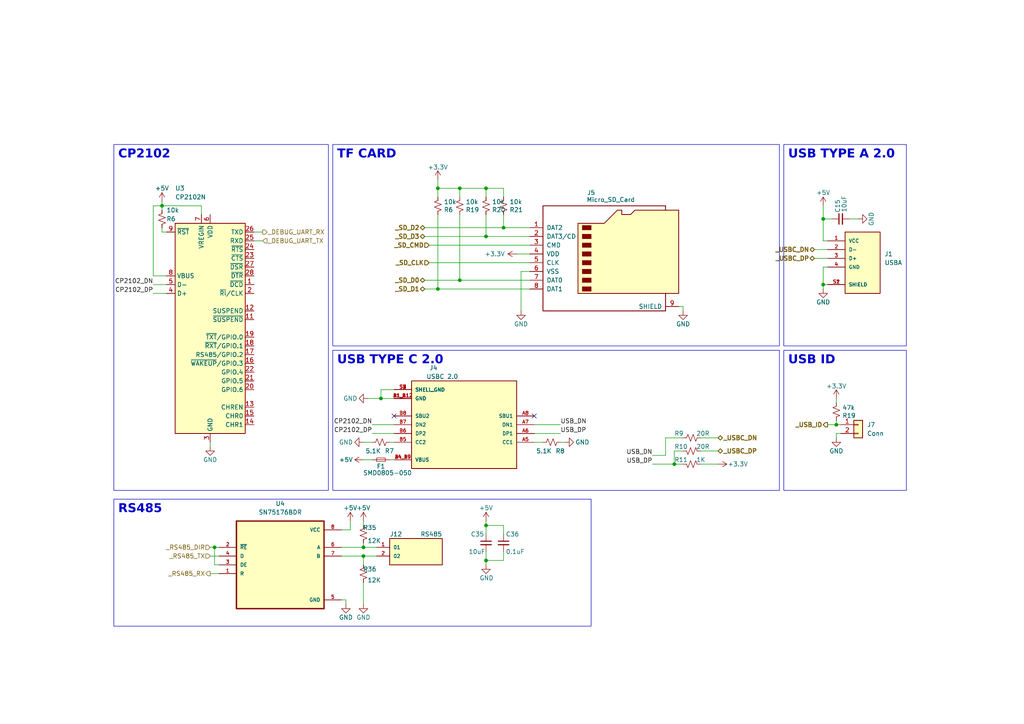
<source format=kicad_sch>
(kicad_sch (version 20230121) (generator eeschema)
  (paper "A4")
  (lib_symbols
    (symbol "3rd_Connector:USB-A" (pin_names (offset 1.016))
      (property "Reference" "J" (at -5.08 8.89 0))
      (property "Value" "USB-A" (at -5.08 -12.7 0))
      (symbol "USB-A_0_0"
        (rectangle (start -5.08 -10.16) (end 5.08 7.62) (stroke (width 0.254)) (fill (type background)))
        (pin power_in line (at -10.16 5.08 0) (length 5.08) (name "VCC") (number "1"))
        (pin bidirectional line (at -10.16 2.54 0) (length 5.08) (name "D-") (number "2"))
        (pin bidirectional line (at -10.16 0 0) (length 5.08) (name "D+") (number "3"))
        (pin power_in line (at -10.16 -2.54 0) (length 5.08) (name "GND") (number "4"))
        (pin passive line (at -10.16 -7.62 0) (length 5.08) (name "SHIELD") (number "S1"))
        (pin passive line (at -10.16 -7.62 0) (length 5.08) (name "SHIELD") (number "S2"))
      )
    )
    (symbol "3rd_Connector:USB_C_RECEPTACLE_USB2.0" (pin_names (offset 1.016))
      (property "Reference" "J" (at -15.24 13.97 0))
      (property "Value" "USB_C_RECEPTACLE_USB2.0" (at -15.24 -15.24 0))
      (symbol "USB_C_RECEPTACLE_USB2.0_0_0"
        (rectangle (start -15.24 -12.7) (end 15.24 12.7) (stroke (width 0.254)) (fill (type background)))
        (pin power_in line (at 20.32 -7.62 180) (length 5.08) (name "GND") (number "A1_B12"))
        (pin power_in line (at 20.32 10.16 180) (length 5.08) (name "VBUS") (number "A4_B9"))
        (pin bidirectional line (at -20.32 5.08 0) (length 5.08) (name "CC1") (number "A5"))
        (pin bidirectional line (at -20.32 2.54 0) (length 5.08) (name "DP1") (number "A6"))
        (pin bidirectional line (at -20.32 0 0) (length 5.08) (name "DN1") (number "A7"))
        (pin bidirectional line (at -20.32 -2.54 0) (length 5.08) (name "SBU1") (number "A8"))
        (pin power_in line (at 20.32 -7.62 180) (length 5.08) (name "GND") (number "B1_A12"))
        (pin power_in line (at 20.32 10.16 180) (length 5.08) (name "VBUS") (number "B4_A9"))
        (pin bidirectional line (at 20.32 5.08 180) (length 5.08) (name "CC2") (number "B5"))
        (pin bidirectional line (at 20.32 2.54 180) (length 5.08) (name "DP2") (number "B6"))
        (pin bidirectional line (at 20.32 0 180) (length 5.08) (name "DN2") (number "B7"))
        (pin bidirectional line (at 20.32 -2.54 180) (length 5.08) (name "SBU2") (number "B8"))
        (pin power_in line (at 20.32 -10.16 180) (length 5.08) (name "SHELL_GND") (number "S1"))
        (pin power_in line (at 20.32 -10.16 180) (length 5.08) (name "SHELL_GND") (number "S2"))
        (pin power_in line (at 20.32 -10.16 180) (length 5.08) (name "SHELL_GND") (number "S3"))
        (pin power_in line (at 20.32 -10.16 180) (length 5.08) (name "SHELL_GND") (number "S4"))
      )
    )
    (symbol "3rd_Connector_Generic:CONN_1x2P" (pin_names (offset 1.016))
      (property "Reference" "J" (at -8.12 6.196 0))
      (property "Value" "CONN_1x2P" (at -5.08 -5.08 0))
      (symbol "CONN_1x2P_0_0"
        (rectangle (start -7.62 5.08) (end 7.62 -2.54) (stroke (width 0.254)) (fill (type background)))
        (pin passive line (at -11.43 2.54 0) (length 3.81) (name "01") (number "1"))
        (pin passive line (at -11.43 0 0) (length 3.81) (name "02") (number "2"))
      )
    )
    (symbol "3rd_Interface_UART:SN75176BDR" (pin_names (offset 1.016))
      (property "Reference" "U" (at -12.7 13.7 0))
      (property "Value" "SN75176BDR" (at -12.7 -16.7 0))
      (symbol "SN75176BDR_0_0"
        (rectangle (start -12.7 -12.7) (end 12.7 12.7) (stroke (width 0.41)) (fill (type background)))
        (pin input line (at -17.78 -2.54 0) (length 5.08) (name "R") (number "1"))
        (pin input line (at -17.78 5.08 0) (length 5.08) (name "~{RE}") (number "2"))
        (pin input line (at -17.78 0 0) (length 5.08) (name "DE") (number "3"))
        (pin input line (at -17.78 2.54 0) (length 5.08) (name "D") (number "4"))
        (pin power_in line (at 17.78 -10.16 180) (length 5.08) (name "GND") (number "5"))
        (pin output line (at 17.78 5.08 180) (length 5.08) (name "A") (number "6"))
        (pin output line (at 17.78 2.54 180) (length 5.08) (name "B") (number "7"))
        (pin power_in line (at 17.78 10.16 180) (length 5.08) (name "VCC") (number "8"))
      )
    )
    (symbol "Connector:Micro_SD_Card" (pin_names (offset 1.016))
      (property "Reference" "J" (at -16.51 15.24 0))
      (property "Value" "Micro_SD_Card" (at 16.51 15.24 0))
      (symbol "Micro_SD_Card_0_1"
        (rectangle (start -7.62 -9.525) (end -5.08 -10.795) (fill (type outline)))
        (rectangle (start -7.62 -6.985) (end -5.08 -8.255) (fill (type outline)))
        (rectangle (start -7.62 -4.445) (end -5.08 -5.715) (fill (type outline)))
        (rectangle (start -7.62 -1.905) (end -5.08 -3.175) (fill (type outline)))
        (rectangle (start -7.62 0.635) (end -5.08 -0.635) (fill (type outline)))
        (rectangle (start -7.62 3.175) (end -5.08 1.905) (fill (type outline)))
        (rectangle (start -7.62 5.715) (end -5.08 4.445) (fill (type outline)))
        (rectangle (start -7.62 8.255) (end -5.08 6.985) (fill (type outline)))
        (polyline (pts (xy 16.51 12.7) (xy 16.51 13.97) (xy -19.05 13.97) (xy -19.05 -16.51) (xy 16.51 -16.51) (xy 16.51 -11.43)) (stroke (width 0.254)))
        (polyline (pts (xy -8.89 -11.43) (xy -8.89 8.89) (xy -1.27 8.89) (xy 2.54 12.7) (xy 3.81 12.7) (xy 3.81 11.43) (xy 6.35 11.43) (xy 7.62 12.7) (xy 20.32 12.7) (xy 20.32 -11.43) (xy -8.89 -11.43)) (stroke (width 0.254)) (fill (type background)))
      )
      (symbol "Micro_SD_Card_1_1"
        (pin bidirectional line (at -22.86 7.62 0) (length 3.81) (name "DAT2") (number "1"))
        (pin bidirectional line (at -22.86 5.08 0) (length 3.81) (name "DAT3/CD") (number "2"))
        (pin input line (at -22.86 2.54 0) (length 3.81) (name "CMD") (number "3"))
        (pin power_in line (at -22.86 0 0) (length 3.81) (name "VDD") (number "4"))
        (pin input line (at -22.86 -2.54 0) (length 3.81) (name "CLK") (number "5"))
        (pin power_in line (at -22.86 -5.08 0) (length 3.81) (name "VSS") (number "6"))
        (pin bidirectional line (at -22.86 -7.62 0) (length 3.81) (name "DAT0") (number "7"))
        (pin bidirectional line (at -22.86 -10.16 0) (length 3.81) (name "DAT1") (number "8"))
        (pin passive line (at 20.32 -15.24 180) (length 3.81) (name "SHIELD") (number "9"))
      )
    )
    (symbol "Connector_Generic:Conn_01x02" (pin_names (offset 1.016) hide)
      (property "Reference" "J" (at 0 2.54 0))
      (property "Value" "Conn_01x02" (at 0 -5.08 0))
      (symbol "Conn_01x02_1_1"
        (rectangle (start -1.27 -2.413) (end 0 -2.667) (stroke (width 0.1524)))
        (rectangle (start -1.27 0.127) (end 0 -0.127) (stroke (width 0.1524)))
        (rectangle (start -1.27 1.27) (end 1.27 -3.81) (stroke (width 0.254)) (fill (type background)))
        (pin passive line (at -5.08 0 0) (length 3.81) (name "Pin_1") (number "1"))
        (pin passive line (at -5.08 -2.54 0) (length 3.81) (name "Pin_2") (number "2"))
      )
    )
    (symbol "Device:C_Small" (pin_numbers hide) (pin_names (offset 0.254) hide)
      (property "Reference" "C" (at 0.254 1.778 0))
      (property "Value" "C_Small" (at 0.254 -2.032 0))
      (symbol "C_Small_0_1"
        (polyline (pts (xy -1.524 -0.508) (xy 1.524 -0.508)) (stroke (width 0.3302)))
        (polyline (pts (xy -1.524 0.508) (xy 1.524 0.508)) (stroke (width 0.3048)))
      )
      (symbol "C_Small_1_1"
        (pin passive line (at 0 2.54 270) (length 2.032) (name "~") (number "1"))
        (pin passive line (at 0 -2.54 90) (length 2.032) (name "~") (number "2"))
      )
    )
    (symbol "Device:Fuse_Small" (pin_numbers hide) (pin_names (offset 0.254) hide)
      (property "Reference" "F" (at 0 -1.524 0))
      (property "Value" "Fuse_Small" (at 0 1.524 0))
      (symbol "Fuse_Small_0_1"
        (rectangle (start -1.27 0.508) (end 1.27 -0.508))
        (polyline (pts (xy -1.27 0) (xy 1.27 0)))
      )
      (symbol "Fuse_Small_1_1"
        (pin passive line (at -2.54 0 0) (length 1.27) (name "~") (number "1"))
        (pin passive line (at 2.54 0 180) (length 1.27) (name "~") (number "2"))
      )
    )
    (symbol "Device:R_Small_US" (pin_numbers hide) (pin_names (offset 0.254) hide)
      (property "Reference" "R" (at 0.762 0.508 0))
      (property "Value" "R_Small_US" (at 0.762 -1.016 0))
      (symbol "R_Small_US_1_1"
        (polyline (pts (xy 0 0) (xy 1.016 -0.381) (xy 0 -0.762) (xy -1.016 -1.143) (xy 0 -1.524)))
        (polyline (pts (xy 0 1.524) (xy 1.016 1.143) (xy 0 0.762) (xy -1.016 0.381) (xy 0 0)))
        (pin passive line (at 0 2.54 270) (length 1.016) (name "~") (number "1"))
        (pin passive line (at 0 -2.54 90) (length 1.016) (name "~") (number "2"))
      )
    )
    (symbol "Interface_USB:CP2102N-Axx-xQFN28"
      (property "Reference" "U" (at -8.89 31.75 0))
      (property "Value" "CP2102N-Axx-xQFN28" (at 12.7 31.75 0))
      (symbol "CP2102N-Axx-xQFN28_0_1"
        (rectangle (start -10.16 30.48) (end 10.16 -30.48) (stroke (width 0.254)) (fill (type background)))
      )
      (symbol "CP2102N-Axx-xQFN28_1_1"
        (pin input line (at 12.7 12.7 180) (length 2.54) (name "~{DCD}") (number "1"))
        (pin no_connect line (at -10.16 -27.94 0) (length 2.54) hide (name "NC") (number "10"))
        (pin output line (at 12.7 2.54 180) (length 2.54) (name "~{SUSPEND}") (number "11"))
        (pin output line (at 12.7 5.08 180) (length 2.54) (name "SUSPEND") (number "12"))
        (pin output line (at 12.7 -22.86 180) (length 2.54) (name "CHREN") (number "13"))
        (pin output line (at 12.7 -27.94 180) (length 2.54) (name "CHR1") (number "14"))
        (pin output line (at 12.7 -25.4 180) (length 2.54) (name "CHR0") (number "15"))
        (pin bidirectional line (at 12.7 -10.16 180) (length 2.54) (name "~{WAKEUP}/GPIO.3") (number "16"))
        (pin bidirectional line (at 12.7 -7.62 180) (length 2.54) (name "RS485/GPIO.2") (number "17"))
        (pin bidirectional line (at 12.7 -5.08 180) (length 2.54) (name "~{RXT}/GPIO.1") (number "18"))
        (pin bidirectional line (at 12.7 -2.54 180) (length 2.54) (name "~{TXT}/GPIO.0") (number "19"))
        (pin bidirectional line (at 12.7 10.16 180) (length 2.54) (name "~{RI}/CLK") (number "2"))
        (pin bidirectional line (at 12.7 -17.78 180) (length 2.54) (name "GPIO.6") (number "20"))
        (pin bidirectional line (at 12.7 -15.24 180) (length 2.54) (name "GPIO.5") (number "21"))
        (pin bidirectional line (at 12.7 -12.7 180) (length 2.54) (name "GPIO.4") (number "22"))
        (pin input line (at 12.7 20.32 180) (length 2.54) (name "~{CTS}") (number "23"))
        (pin output line (at 12.7 22.86 180) (length 2.54) (name "~{RTS}") (number "24"))
        (pin input line (at 12.7 25.4 180) (length 2.54) (name "RXD") (number "25"))
        (pin output line (at 12.7 27.94 180) (length 2.54) (name "TXD") (number "26"))
        (pin input line (at 12.7 17.78 180) (length 2.54) (name "~{DSR}") (number "27"))
        (pin output line (at 12.7 15.24 180) (length 2.54) (name "~{DTR}") (number "28"))
        (pin passive line (at 0 -33.02 90) (length 2.54) hide (name "GND") (number "29"))
        (pin power_in line (at 0 -33.02 90) (length 2.54) (name "GND") (number "3"))
        (pin bidirectional line (at -12.7 10.16 0) (length 2.54) (name "D+") (number "4"))
        (pin bidirectional line (at -12.7 12.7 0) (length 2.54) (name "D-") (number "5"))
        (pin power_in line (at 0 33.02 270) (length 2.54) (name "VDD") (number "6"))
        (pin power_in line (at -2.54 33.02 270) (length 2.54) (name "VREGIN") (number "7"))
        (pin input line (at -12.7 15.24 0) (length 2.54) (name "VBUS") (number "8"))
        (pin input line (at -12.7 27.94 0) (length 2.54) (name "~{RST}") (number "9"))
      )
    )
    (symbol "power:+3.3V" (power) (pin_names (offset 0))
      (property "Value" "+3.3V" (at 0 3.556 0))
      (symbol "+3.3V_0_1"
        (polyline (pts (xy -0.762 1.27) (xy 0 2.54)))
        (polyline (pts (xy 0 0) (xy 0 2.54)))
        (polyline (pts (xy 0 2.54) (xy 0.762 1.27)))
      )
      (symbol "+3.3V_1_1"
        (pin power_in line (at 0 0 90) (length 0) hide (name "+3.3V") (number "1"))
      )
    )
    (symbol "power:+5V" (power) (pin_names (offset 0))
      (property "Value" "+5V" (at 0 3.556 0))
      (symbol "+5V_0_1"
        (polyline (pts (xy -0.762 1.27) (xy 0 2.54)))
        (polyline (pts (xy 0 0) (xy 0 2.54)))
        (polyline (pts (xy 0 2.54) (xy 0.762 1.27)))
      )
      (symbol "+5V_1_1"
        (pin power_in line (at 0 0 90) (length 0) hide (name "+5V") (number "1"))
      )
    )
    (symbol "power:GND" (power) (pin_names (offset 0))
      (property "Value" "GND" (at 0 -3.81 0))
      (symbol "GND_0_1"
        (polyline (pts (xy 0 0) (xy 0 -1.27) (xy 1.27 -1.27) (xy 0 -2.54) (xy -1.27 -1.27) (xy 0 -1.27)))
      )
      (symbol "GND_1_1"
        (pin power_in line (at 0 0 270) (length 0) hide (name "GND") (number "1"))
      )
    )
  )
  (junction (at 133.35 81.28))
  (junction (at 133.35 54.61))
  (junction (at 195.58 134.62))
  (junction (at 105.41 161.29))
  (junction (at 110.49 115.57))
  (junction (at 127 83.82))
  (junction (at 127 54.61))
  (junction (at 140.97 162.56))
  (junction (at 140.97 54.61))
  (junction (at 140.97 152.4))
  (junction (at 146.05 66.04))
  (junction (at 242.57 123.19))
  (junction (at 62.23 158.75))
  (junction (at 238.76 82.55))
  (junction (at 140.97 68.58))
  (junction (at 105.41 158.75))
  (junction (at 238.76 63.5))
  (junction (at 46.99 59.69))
  (no_connect (at 114.3 120.65))
  (no_connect (at 154.94 120.65))
  (wire (pts (xy 44.45 59.69) (xy 46.99 59.69)))
  (wire (pts (xy 73.66 67.31) (xy 76.2 67.31)))
  (wire (pts (xy 193.04 132.08) (xy 193.04 127)))
  (wire (pts (xy 58.42 59.69) (xy 46.99 59.69)))
  (wire (pts (xy 48.26 80.01) (xy 44.45 80.01)))
  (wire (pts (xy 242.57 125.73) (xy 243.84 125.73)))
  (wire (pts (xy 140.97 68.58) (xy 153.67 68.58)))
  (wire (pts (xy 133.35 81.28) (xy 153.67 81.28)))
  (wire (pts (xy 127 54.61) (xy 133.35 54.61)))
  (wire (pts (xy 236.22 74.93) (xy 240.03 74.93)))
  (wire (pts (xy 238.76 77.47) (xy 240.03 77.47)))
  (wire (pts (xy 105.41 133.35) (xy 107.95 133.35)))
  (wire (pts (xy 110.49 115.57) (xy 114.3 115.57)))
  (wire (pts (xy 242.57 115.57) (xy 242.57 116.84)))
  (wire (pts (xy 127 57.15) (xy 127 54.61)))
  (wire (pts (xy 242.57 123.19) (xy 243.84 123.19)))
  (wire (pts (xy 146.05 160.02) (xy 146.05 162.56)))
  (wire (pts (xy 127 52.07) (xy 127 54.61)))
  (wire (pts (xy 198.12 88.9) (xy 196.85 88.9)))
  (wire (pts (xy 140.97 154.94) (xy 140.97 152.4)))
  (wire (pts (xy 238.76 82.55) (xy 240.03 82.55)))
  (wire (pts (xy 73.66 69.85) (xy 76.2 69.85)))
  (wire (pts (xy 189.23 132.08) (xy 193.04 132.08)))
  (wire (pts (xy 203.2 130.81) (xy 208.28 130.81)))
  (wire (pts (xy 238.76 82.55) (xy 238.76 77.47)))
  (wire (pts (xy 99.06 158.75) (xy 105.41 158.75)))
  (wire (pts (xy 146.05 154.94) (xy 146.05 152.4)))
  (wire (pts (xy 193.04 127) (xy 198.12 127)))
  (wire (pts (xy 195.58 130.81) (xy 198.12 130.81)))
  (wire (pts (xy 110.49 113.03) (xy 114.3 113.03)))
  (wire (pts (xy 127 83.82) (xy 153.67 83.82)))
  (wire (pts (xy 123.19 68.58) (xy 140.97 68.58)))
  (wire (pts (xy 46.99 58.42) (xy 46.99 59.69)))
  (wire (pts (xy 105.41 151.13) (xy 105.41 152.4)))
  (wire (pts (xy 242.57 127) (xy 242.57 125.73)))
  (wire (pts (xy 101.6 151.13) (xy 101.6 153.67)))
  (wire (pts (xy 58.42 62.23) (xy 58.42 59.69)))
  (wire (pts (xy 127 62.23) (xy 127 83.82)))
  (wire (pts (xy 44.45 80.01) (xy 44.45 59.69)))
  (wire (pts (xy 238.76 59.69) (xy 238.76 63.5)))
  (wire (pts (xy 60.96 161.29) (xy 63.5 161.29)))
  (wire (pts (xy 146.05 62.23) (xy 146.05 66.04)))
  (wire (pts (xy 113.03 133.35) (xy 114.3 133.35)))
  (wire (pts (xy 133.35 54.61) (xy 140.97 54.61)))
  (wire (pts (xy 105.41 161.29) (xy 105.41 163.83)))
  (wire (pts (xy 46.99 59.69) (xy 46.99 60.96)))
  (wire (pts (xy 151.13 90.17) (xy 151.13 78.74)))
  (wire (pts (xy 100.33 173.99) (xy 100.33 175.26)))
  (wire (pts (xy 140.97 54.61) (xy 140.97 57.15)))
  (wire (pts (xy 162.56 128.27) (xy 163.83 128.27)))
  (wire (pts (xy 140.97 62.23) (xy 140.97 68.58)))
  (wire (pts (xy 107.95 123.19) (xy 114.3 123.19)))
  (wire (pts (xy 195.58 134.62) (xy 198.12 134.62)))
  (wire (pts (xy 60.96 158.75) (xy 62.23 158.75)))
  (wire (pts (xy 133.35 62.23) (xy 133.35 81.28)))
  (wire (pts (xy 105.41 128.27) (xy 107.95 128.27)))
  (wire (pts (xy 154.94 123.19) (xy 162.56 123.19)))
  (wire (pts (xy 198.12 90.17) (xy 198.12 88.9)))
  (wire (pts (xy 195.58 130.81) (xy 195.58 134.62)))
  (wire (pts (xy 203.2 134.62) (xy 208.28 134.62)))
  (wire (pts (xy 203.2 127) (xy 208.28 127)))
  (wire (pts (xy 46.99 66.04) (xy 46.99 67.31)))
  (wire (pts (xy 151.13 78.74) (xy 153.67 78.74)))
  (wire (pts (xy 140.97 162.56) (xy 140.97 160.02)))
  (wire (pts (xy 123.19 81.28) (xy 133.35 81.28)))
  (wire (pts (xy 63.5 163.83) (xy 62.23 163.83)))
  (wire (pts (xy 189.23 134.62) (xy 195.58 134.62)))
  (wire (pts (xy 140.97 54.61) (xy 146.05 54.61)))
  (wire (pts (xy 149.86 73.66) (xy 153.67 73.66)))
  (wire (pts (xy 99.06 153.67) (xy 101.6 153.67)))
  (wire (pts (xy 124.46 71.12) (xy 153.67 71.12)))
  (wire (pts (xy 238.76 63.5) (xy 238.76 69.85)))
  (wire (pts (xy 99.06 161.29) (xy 105.41 161.29)))
  (wire (pts (xy 44.45 82.55) (xy 48.26 82.55)))
  (wire (pts (xy 242.57 121.92) (xy 242.57 123.19)))
  (wire (pts (xy 105.41 168.91) (xy 105.41 175.26)))
  (wire (pts (xy 246.38 63.5) (xy 248.92 63.5)))
  (wire (pts (xy 236.22 72.39) (xy 240.03 72.39)))
  (wire (pts (xy 123.19 66.04) (xy 146.05 66.04)))
  (wire (pts (xy 146.05 66.04) (xy 153.67 66.04)))
  (wire (pts (xy 238.76 83.82) (xy 238.76 82.55)))
  (wire (pts (xy 124.46 76.2) (xy 153.67 76.2)))
  (wire (pts (xy 140.97 162.56) (xy 140.97 163.83)))
  (wire (pts (xy 238.76 63.5) (xy 241.3 63.5)))
  (wire (pts (xy 62.23 158.75) (xy 63.5 158.75)))
  (wire (pts (xy 106.68 115.57) (xy 110.49 115.57)))
  (wire (pts (xy 240.03 123.19) (xy 242.57 123.19)))
  (wire (pts (xy 60.96 166.37) (xy 63.5 166.37)))
  (wire (pts (xy 99.06 173.99) (xy 100.33 173.99)))
  (wire (pts (xy 62.23 163.83) (xy 62.23 158.75)))
  (wire (pts (xy 105.41 157.48) (xy 105.41 158.75)))
  (wire (pts (xy 140.97 152.4) (xy 146.05 152.4)))
  (wire (pts (xy 110.49 115.57) (xy 110.49 113.03)))
  (wire (pts (xy 123.19 83.82) (xy 127 83.82)))
  (wire (pts (xy 105.41 158.75) (xy 109.22 158.75)))
  (wire (pts (xy 238.76 69.85) (xy 240.03 69.85)))
  (wire (pts (xy 46.99 67.31) (xy 48.26 67.31)))
  (wire (pts (xy 107.95 125.73) (xy 114.3 125.73)))
  (wire (pts (xy 44.45 85.09) (xy 48.26 85.09)))
  (wire (pts (xy 157.48 128.27) (xy 154.94 128.27)))
  (wire (pts (xy 154.94 125.73) (xy 162.56 125.73)))
  (wire (pts (xy 133.35 54.61) (xy 133.35 57.15)))
  (wire (pts (xy 105.41 161.29) (xy 109.22 161.29)))
  (wire (pts (xy 146.05 54.61) (xy 146.05 57.15)))
  (wire (pts (xy 140.97 162.56) (xy 146.05 162.56)))
  (wire (pts (xy 113.03 128.27) (xy 114.3 128.27)))
  (wire (pts (xy 140.97 151.13) (xy 140.97 152.4)))
  (wire (pts (xy 60.96 128.27) (xy 60.96 129.54)))
  (rectangle (start 227.33 101.6) (end 262.89 142.24))
  (rectangle (start 96.52 41.91) (end 226.06 100.33))
  (rectangle (start 33.02 144.78) (end 171.45 181.61))
  (rectangle (start 227.33 41.91) (end 262.89 100.33))
  (rectangle (start 33.02 41.91) (end 95.25 142.24))
  (rectangle (start 96.52 101.6) (end 226.06 142.24))
  (text "RS485" (at 34.29 149.86 0) (effects (font (size 2.54 2.54) (thickness 0.508) bold) (justify left bottom)))
  (text "USB ID" (at 228.6 106.68 0) (effects (font (size 2.54 2.54) (thickness 0.508) bold) (justify left bottom)))
  (text "TF CARD" (at 97.79 46.99 0) (effects (font (size 2.54 2.54) (thickness 0.508) bold) (justify left bottom)))
  (text "CP2102" (at 34.29 46.99 0) (effects (font (size 2.54 2.54) (thickness 0.508) bold) (justify left bottom)))
  (text "USB TYPE A 2.0" (at 228.6 46.99 0) (effects (font (size 2.54 2.54) (thickness 0.508) bold) (justify left bottom)))
  (text "USB TYPE C 2.0" (at 97.79 106.68 0) (effects (font (size 2.54 2.54) (thickness 0.508) bold) (justify left bottom)))
  (label "USB_DP" (at 189.23 134.62 180))
  (label "CP2102_DN" (at 107.95 123.19 180))
  (label "USB_DN" (at 189.23 132.08 180))
  (label "USB_DP" (at 162.56 125.73 0))
  (label "CP2102_DP" (at 107.95 125.73 180))
  (label "CP2102_DN" (at 44.45 82.55 180))
  (label "CP2102_DP" (at 44.45 85.09 180))
  (label "USB_DN" (at 162.56 123.19 0))
  (hierarchical_label "_USBC_DP" (shape bidirectional) (at 208.28 130.81 0) (effects (font (thickness 0.254) bold)))
  (hierarchical_label "_SD_D3" (shape bidirectional) (at 123.19 68.58 180) (effects (font bold)))
  (hierarchical_label "_DEBUG_UART_RX" (shape output) (at 76.2 67.31 0))
  (hierarchical_label "_USBC_DN" (shape bidirectional) (at 236.22 72.39 180) (effects (font (thickness 0.254) bold)))
  (hierarchical_label "_SD_D0" (shape bidirectional) (at 123.19 81.28 180) (effects (font bold)))
  (hierarchical_label "_SD_D1" (shape bidirectional) (at 123.19 83.82 180) (effects (font bold)))
  (hierarchical_label "_RS485_DIR" (shape input) (at 60.96 158.75 180))
  (hierarchical_label "_RS485_TX" (shape input) (at 60.96 161.29 180))
  (hierarchical_label "_DEBUG_UART_TX" (shape input) (at 76.2 69.85 0))
  (hierarchical_label "_USBC_DP" (shape bidirectional) (at 236.22 74.93 180) (effects (font (thickness 0.254) bold)))
  (hierarchical_label "_USBC_DN" (shape bidirectional) (at 208.28 127 0) (effects (font (thickness 0.254) bold)))
  (hierarchical_label "_SD_CLK" (shape input) (at 124.46 76.2 180) (effects (font bold)))
  (hierarchical_label "_SD_CMD" (shape input) (at 124.46 71.12 180) (effects (font bold)))
  (hierarchical_label "_RS485_RX" (shape output) (at 60.96 166.37 180))
  (hierarchical_label "_USB_ID" (shape output) (at 240.03 123.19 180) (effects (font (thickness 0.254) bold)))
  (hierarchical_label "_SD_D2" (shape bidirectional) (at 123.19 66.04 180) (effects (font bold)))
  (symbol (lib_id "power:+5V") (at 105.41 151.13 0) (unit 1)
    (property "Reference" "#PWR0104" (effects hide))
    (property "Value" "+5V" (at 105.41 147.32 0))
    (instances (project "LinuxDK" (path "" (reference "#PWR0104") (unit 1))) (project "StepDriver" (path "" (reference "#PWR041") (unit 1))))
  )
  (symbol (lib_id "Device:R_Small_US") (at 242.57 119.38 0) (mirror x) (unit 1)
    (property "Reference" "R19" (at 244.2972 120.5484 0) (effects (justify left)))
    (property "Value" "47k" (at 244.2972 118.237 0) (effects (justify left)))
    (property "Footprint" "Resistor_SMD:R_0603_1608Metric" (effects hide))
    (instances (project "LinuxDK" (path "" (reference "R19") (unit 1)) (path "" (reference "R30") (unit 1))) (project "StepDriver" (path "" (reference "R8") (unit 1))))
  )
  (symbol (lib_id "3rd_Interface_UART:SN75176BDR") (at 81.28 163.83 0) (unit 1)
    (property "Reference" "U4" (at 81.28 146.05 0))
    (property "Value" "SN75176BDR" (at 81.28 148.59 0))
    (property "Footprint" "3rd_Interface_UART:SOIC-8_L5.0-W3.9-P1.27_SN75176BDR" (effects hide))
  )
  (symbol (lib_id "3rd_Connector_Generic:CONN_1x2P") (at 120.65 161.29 0) (unit 1)
    (property "Reference" "J12" (at 113.03 154.94 0) (effects (justify left)))
    (property "Value" "RS485" (at 121.92 154.94 0) (effects (justify left)))
    (property "Footprint" "3rd_Connector_JST_SMD:CONN-SMD_1x2P-P1.0-H_WAFER-SH1.0-2PWB" (effects hide))
    (property "MANUFACTURER" "SAMTEC" (effects hide))
    (instances (project "LinuxDK" (path "" (reference "J12") (unit 1))) (project "StepDriver" (path "" (reference "J8") (unit 1))))
  )
  (symbol (lib_id "power:GND") (at 163.83 128.27 90) (unit 1)
    (property "Reference" "#PWR027" (effects hide))
    (property "Value" "GND" (at 168.91 128.27 90))
    (instances (project "LinuxDK" (path "" (reference "#PWR027") (unit 1)) (path "" (reference "#PWR027") (unit 1))) (project "StepDriver" (path "" (reference "#PWR06") (unit 1))))
  )
  (symbol (lib_id "Device:R_Small_US") (at 105.41 166.37 0) (mirror y) (unit 1)
    (property "Reference" "R36" (at 109.22 165.1 0) (effects (justify left)))
    (property "Value" "12K" (at 110.49 168.275 0) (effects (justify left)))
    (property "Footprint" "Resistor_SMD:R_0603_1608Metric" (effects hide))
    (instances (project "LinuxDK" (path "" (reference "R36") (unit 1))) (project "StepDriver" (path "" (reference "R21") (unit 1))))
  )
  (symbol (lib_id "Device:R_Small_US") (at 200.66 130.81 270) (mirror x) (unit 1)
    (property "Reference" "R10" (at 195.58 129.54 90) (effects (justify left)))
    (property "Value" "20R" (at 201.93 129.54 90) (effects (justify left)))
    (property "Footprint" "Resistor_SMD:R_0603_1608Metric" (effects hide))
    (instances (project "LinuxDK" (path "" (reference "R10") (unit 1)) (path "" (reference "R10") (unit 1))) (project "StepDriver" (path "" (reference "R4") (unit 1))))
  )
  (symbol (lib_id "Device:Fuse_Small") (at 110.49 133.35 0) (unit 1)
    (property "Reference" "F1" (at 110.49 135.255 0))
    (property "Value" "SMD0805-050" (at 112.395 137.16 0))
    (property "Footprint" "Fuse:Fuse_0805_2012Metric" (effects hide))
  )
  (symbol (lib_id "power:GND") (at 60.96 129.54 0) (unit 1)
    (property "Reference" "#PWR050" (effects hide))
    (property "Value" "GND" (at 60.96 133.35 0))
    (instances (project "LinuxDK" (path "" (reference "#PWR050") (unit 1)) (path "" (reference "#PWR095") (unit 1))) (project "StepDriver" (path "" (reference "#PWR047") (unit 1))))
  )
  (symbol (lib_id "Device:R_Small_US") (at 200.66 127 270) (unit 1)
    (property "Reference" "R9" (at 195.58 125.73 90) (effects (justify left)))
    (property "Value" "20R" (at 201.93 125.73 90) (effects (justify left)))
    (property "Footprint" "Resistor_SMD:R_0603_1608Metric" (effects hide))
    (instances (project "LinuxDK" (path "" (reference "R9") (unit 1)) (path "" (reference "R9") (unit 1))) (project "StepDriver" (path "" (reference "R3") (unit 1))))
  )
  (symbol (lib_id "power:+5V") (at 46.99 58.42 0) (unit 1)
    (property "Reference" "#PWR025" (effects hide))
    (property "Value" "+5V" (at 46.99 54.61 0))
    (instances (project "LinuxDK" (path "" (reference "#PWR025") (unit 1)) (path "" (reference "#PWR094") (unit 1))) (project "StepDriver" (path "" (reference "#PWR02") (unit 1))))
  )
  (symbol (lib_id "Device:R_Small_US") (at 105.41 154.94 0) (mirror y) (unit 1)
    (property "Reference" "R35" (at 109.22 153.035 0) (effects (justify left)))
    (property "Value" "12K" (at 110.49 156.845 0) (effects (justify left)))
    (property "Footprint" "Resistor_SMD:R_0603_1608Metric" (effects hide))
    (instances (project "LinuxDK" (path "" (reference "R35") (unit 1))) (project "StepDriver" (path "" (reference "R20") (unit 1))))
  )
  (symbol (lib_id "Device:R_Small_US") (at 46.99 63.5 0) (mirror x) (unit 1)
    (property "Reference" "R6" (at 48.26 63.5 0) (effects (justify left)))
    (property "Value" "10k" (at 48.26 60.96 0) (effects (justify left)))
    (property "Footprint" "Resistor_SMD:R_0603_1608Metric" (effects hide))
    (instances (project "LinuxDK" (path "" (reference "R6") (unit 1)) (path "" (reference "R33") (unit 1))) (project "StepDriver" (path "" (reference "R8") (unit 1))))
  )
  (symbol (lib_id "power:GND") (at 151.13 90.17 0) (unit 1)
    (property "Reference" "#PWR050" (effects hide))
    (property "Value" "GND" (at 151.13 93.98 0))
    (instances (project "LinuxDK" (path "" (reference "#PWR050") (unit 1)) (path "" (reference "#PWR052") (unit 1))) (project "StepDriver" (path "" (reference "#PWR047") (unit 1))))
  )
  (symbol (lib_id "power:GND") (at 105.41 128.27 270) (unit 1)
    (property "Reference" "#PWR024" (effects hide))
    (property "Value" "GND" (at 100.33 128.27 90))
    (instances (project "LinuxDK" (path "" (reference "#PWR024") (unit 1)) (path "" (reference "#PWR024") (unit 1))) (project "StepDriver" (path "" (reference "#PWR01") (unit 1))))
  )
  (symbol (lib_id "power:+5V") (at 238.76 59.69 0) (unit 1)
    (property "Reference" "#PWR025" (effects hide))
    (property "Value" "+5V" (at 238.76 55.88 0))
    (instances (project "LinuxDK" (path "" (reference "#PWR025") (unit 1)) (path "" (reference "#PWR087") (unit 1))) (project "StepDriver" (path "" (reference "#PWR02") (unit 1))))
  )
  (symbol (lib_id "power:GND") (at 248.92 63.5 90) (unit 1)
    (property "Reference" "#PWR051" (effects hide))
    (property "Value" "GND" (at 252.73 63.5 0))
    (instances (project "LinuxDK" (path "" (reference "#PWR051") (unit 1)) (path "" (reference "#PWR090") (unit 1))) (project "StepDriver" (path "" (reference "#PWR047") (unit 1))))
  )
  (symbol (lib_id "power:GND") (at 105.41 175.26 0) (unit 1)
    (property "Reference" "#PWR0105" (effects hide))
    (property "Value" "GND" (at 105.41 179.07 0))
    (instances (project "LinuxDK" (path "" (reference "#PWR0105") (unit 1))) (project "StepDriver" (path "" (reference "#PWR042") (unit 1))))
  )
  (symbol (lib_id "Connector:Micro_SD_Card") (at 176.53 73.66 0) (unit 1)
    (property "Reference" "J5" (at 171.45 55.88 0))
    (property "Value" "Micro_SD_Card" (at 177.165 57.912 0))
    (property "Footprint" "3rd_Socket:TF-SMD_112J-TDAR-R01" (effects hide))
    (property "Datasheet" "http://katalog.we-online.de/em/datasheet/693072010801.pdf" (effects hide))
  )
  (symbol (lib_id "Connector_Generic:Conn_01x02") (at 248.92 123.19 0) (unit 1)
    (property "Reference" "J7" (at 251.46 123.19 0) (effects (justify left)))
    (property "Value" "Conn" (at 251.46 125.73 0) (effects (justify left)))
    (property "Footprint" "Connector_PinHeader_2.54mm:PinHeader_1x02_P2.54mm_Vertical" (effects hide))
  )
  (symbol (lib_id "3rd_Connector:USB-A") (at 250.19 74.93 0) (unit 1)
    (property "Reference" "J1" (at 256.54 73.66 0) (effects (justify left)))
    (property "Value" "USBA" (at 256.54 76.2 0) (effects (justify left)))
    (property "Footprint" "3rd_Connector_USB_SMD:USB-A-SMD_4P_915-111A2028S10202" (effects hide))
    (property "MAXIMUM_PACKAGE_HEIGHT" "7.24mm" (effects hide))
    (property "MANUFACTURER" "GCT" (effects hide))
    (property "PARTREV" "A" (effects hide))
    (property "STANDARD" "Manufacturer Recommendations" (effects hide))
  )
  (symbol (lib_id "power:GND") (at 238.76 83.82 0) (unit 1)
    (property "Reference" "#PWR051" (effects hide))
    (property "Value" "GND" (at 238.76 87.63 0))
    (instances (project "LinuxDK" (path "" (reference "#PWR051") (unit 1)) (path "" (reference "#PWR086") (unit 1))) (project "StepDriver" (path "" (reference "#PWR047") (unit 1))))
  )
  (symbol (lib_id "Device:R_Small_US") (at 160.02 128.27 90) (unit 1)
    (property "Reference" "R8" (at 163.83 130.81 90) (effects (justify left)))
    (property "Value" "5.1K" (at 160.02 130.81 90) (effects (justify left)))
    (property "Footprint" "Resistor_SMD:R_0603_1608Metric" (effects hide))
    (instances (project "LinuxDK" (path "" (reference "R8") (unit 1)) (path "" (reference "R8") (unit 1))) (project "StepDriver" (path "" (reference "R7") (unit 1))))
  )
  (symbol (lib_id "power:+3.3V") (at 149.86 73.66 90) (unit 1)
    (property "Reference" "#PWR053" (effects hide))
    (property "Value" "+3.3V" (at 143.51 73.66 90))
    (instances (project "LinuxDK" (path "" (reference "#PWR053") (unit 1)) (path "" (reference "#PWR050") (unit 1))) (project "StepDriver" (path "" (reference "#PWR07") (unit 1))))
  )
  (symbol (lib_id "power:GND") (at 100.33 175.26 0) (unit 1)
    (property "Reference" "#PWR0103" (effects hide))
    (property "Value" "GND" (at 100.33 179.07 0))
    (instances (project "LinuxDK" (path "" (reference "#PWR0103") (unit 1))) (project "StepDriver" (path "" (reference "#PWR068") (unit 1))))
  )
  (symbol (lib_id "power:+3.3V") (at 208.28 134.62 270) (unit 1)
    (property "Reference" "#PWR028" (effects hide))
    (property "Value" "+3.3V" (at 213.995 134.62 90))
    (instances (project "LinuxDK" (path "" (reference "#PWR028") (unit 1)) (path "" (reference "#PWR028") (unit 1))) (project "StepDriver" (path "" (reference "#PWR04") (unit 1))))
  )
  (symbol (lib_id "3rd_Connector:USB_C_RECEPTACLE_USB2.0") (at 134.62 123.19 180) (unit 1)
    (property "Reference" "J4" (at 125.73 106.68 0))
    (property "Value" "USBC 2.0" (at 128.27 109.22 0))
    (property "Footprint" "3rd_Connector_USB_SMD:USB-C-SMD_16P_USB4105-GF-A" (effects hide))
    (property "MAXIMUM_PACKAGE_HEIGHT" "3.31 mm" (effects hide))
    (property "MANUFACTURER" "GCT" (effects hide))
    (property "PARTREV" "A3" (effects hide))
    (property "STANDARD" "Manufacturer Recommendations" (effects hide))
    (instances (project "LinuxDK" (path "" (reference "J4") (unit 1)) (path "" (reference "J4") (unit 1))) (project "StepDriver" (path "" (reference "J5") (unit 1))))
  )
  (symbol (lib_id "Interface_USB:CP2102N-Axx-xQFN28") (at 60.96 95.25 0) (unit 1)
    (property "Reference" "U3" (at 50.8 54.61 0) (effects (justify left)))
    (property "Value" "CP2102N" (at 50.8 57.15 0) (effects (justify left)))
    (property "Footprint" "Package_DFN_QFN:QFN-28-1EP_5x5mm_P0.5mm_EP3.35x3.35mm" (effects hide))
    (property "Datasheet" "https://www.silabs.com/documents/public/data-sheets/cp2102n-datasheet.pdf" (effects hide))
  )
  (symbol (lib_id "Device:R_Small_US") (at 146.05 59.69 0) (mirror x) (unit 1)
    (property "Reference" "R21" (at 147.7772 60.8584 0) (effects (justify left)))
    (property "Value" "10k" (at 147.7772 58.547 0) (effects (justify left)))
    (property "Footprint" "Resistor_SMD:R_0603_1608Metric" (effects hide))
    (instances (project "LinuxDK" (path "" (reference "R21") (unit 1)) (path "" (reference "R21") (unit 1))) (project "StepDriver" (path "" (reference "R8") (unit 1))))
  )
  (symbol (lib_id "power:GND") (at 242.57 127 0) (unit 1)
    (property "Reference" "#PWR051" (effects hide))
    (property "Value" "GND" (at 242.57 130.81 0))
    (instances (project "LinuxDK" (path "" (reference "#PWR051") (unit 1)) (path "" (reference "#PWR089") (unit 1))) (project "StepDriver" (path "" (reference "#PWR047") (unit 1))))
  )
  (symbol (lib_id "Device:R_Small_US") (at 200.66 134.62 270) (mirror x) (unit 1)
    (property "Reference" "R11" (at 195.58 133.35 90) (effects (justify left)))
    (property "Value" "1K" (at 201.93 133.35 90) (effects (justify left)))
    (property "Footprint" "Resistor_SMD:R_0603_1608Metric" (effects hide))
    (instances (project "LinuxDK" (path "" (reference "R11") (unit 1)) (path "" (reference "R11") (unit 1))) (project "StepDriver" (path "" (reference "R6") (unit 1))))
  )
  (symbol (lib_id "power:+3.3V") (at 127 52.07 0) (unit 1)
    (property "Reference" "#PWR052" (effects hide))
    (property "Value" "+3.3V" (at 127 48.514 0))
    (instances (project "LinuxDK" (path "" (reference "#PWR052") (unit 1)) (path "" (reference "#PWR051") (unit 1))) (project "StepDriver" (path "" (reference "#PWR07") (unit 1))))
  )
  (symbol (lib_id "Device:C_Small") (at 140.97 157.48 0) (unit 1)
    (property "Reference" "C35" (at 136.525 154.94 0) (effects (justify left)))
    (property "Value" "10uF" (at 135.89 160.02 0) (effects (justify left)))
    (property "Footprint" "Capacitor_SMD:C_0603_1608Metric" (effects hide))
    (instances (project "LinuxDK" (path "" (reference "C35") (unit 1))) (project "StepDriver" (path "" (reference "C33") (unit 1))))
  )
  (symbol (lib_id "Device:C_Small") (at 243.84 63.5 90) (unit 1)
    (property "Reference" "C15" (at 242.951 61.722 0) (effects (justify left)))
    (property "Value" "10uF" (at 244.856 61.595 0) (effects (justify left)))
    (property "Footprint" "Capacitor_SMD:C_0603_1608Metric" (effects hide))
    (instances (project "LinuxDK" (path "" (reference "C15") (unit 1)) (path "" (reference "C31") (unit 1))) (project "StepDriver" (path "" (reference "C2") (unit 1))))
  )
  (symbol (lib_id "power:+5V") (at 105.41 133.35 90) (unit 1)
    (property "Reference" "#PWR025" (effects hide))
    (property "Value" "+5V" (at 100.33 133.35 90))
    (instances (project "LinuxDK" (path "" (reference "#PWR025") (unit 1)) (path "" (reference "#PWR025") (unit 1))) (project "StepDriver" (path "" (reference "#PWR02") (unit 1))))
  )
  (symbol (lib_id "Device:R_Small_US") (at 110.49 128.27 90) (unit 1)
    (property "Reference" "R7" (at 114.3 130.81 90) (effects (justify left)))
    (property "Value" "5.1K" (at 110.49 130.81 90) (effects (justify left)))
    (property "Footprint" "Resistor_SMD:R_0603_1608Metric" (effects hide))
    (instances (project "LinuxDK" (path "" (reference "R7") (unit 1)) (path "" (reference "R7") (unit 1))) (project "StepDriver" (path "" (reference "R2") (unit 1))))
  )
  (symbol (lib_id "power:+5V") (at 140.97 151.13 0) (unit 1)
    (property "Reference" "#PWR0100" (effects hide))
    (property "Value" "+5V" (at 140.97 147.32 0))
    (instances (project "LinuxDK" (path "" (reference "#PWR0100") (unit 1))) (project "StepDriver" (path "" (reference "#PWR066") (unit 1))))
  )
  (symbol (lib_id "Device:R_Small_US") (at 127 59.69 0) (mirror x) (unit 1)
    (property "Reference" "R6" (at 128.7272 60.8584 0) (effects (justify left)))
    (property "Value" "10k" (at 128.7272 58.547 0) (effects (justify left)))
    (property "Footprint" "Resistor_SMD:R_0603_1608Metric" (effects hide))
    (instances (project "LinuxDK" (path "" (reference "R6") (unit 1)) (path "" (reference "R6") (unit 1))) (project "StepDriver" (path "" (reference "R8") (unit 1))))
  )
  (symbol (lib_id "power:GND") (at 106.68 115.57 270) (unit 1)
    (property "Reference" "#PWR026" (effects hide))
    (property "Value" "GND" (at 101.6 115.57 90))
    (instances (project "LinuxDK" (path "" (reference "#PWR026") (unit 1)) (path "" (reference "#PWR026") (unit 1))) (project "StepDriver" (path "" (reference "#PWR03") (unit 1))))
  )
  (symbol (lib_id "power:GND") (at 198.12 90.17 0) (unit 1)
    (property "Reference" "#PWR051" (effects hide))
    (property "Value" "GND" (at 198.12 93.98 0))
    (instances (project "LinuxDK" (path "" (reference "#PWR051") (unit 1)) (path "" (reference "#PWR053") (unit 1))) (project "StepDriver" (path "" (reference "#PWR047") (unit 1))))
  )
  (symbol (lib_id "Device:R_Small_US") (at 133.35 59.69 0) (mirror x) (unit 1)
    (property "Reference" "R19" (at 135.0772 60.8584 0) (effects (justify left)))
    (property "Value" "10k" (at 135.0772 58.547 0) (effects (justify left)))
    (property "Footprint" "Resistor_SMD:R_0603_1608Metric" (effects hide))
    (instances (project "LinuxDK" (path "" (reference "R19") (unit 1)) (path "" (reference "R19") (unit 1))) (project "StepDriver" (path "" (reference "R8") (unit 1))))
  )
  (symbol (lib_id "power:+5V") (at 101.6 151.13 0) (unit 1)
    (property "Reference" "#PWR0102" (effects hide))
    (property "Value" "+5V" (at 101.6 147.32 0))
    (instances (project "LinuxDK" (path "" (reference "#PWR0102") (unit 1))) (project "StepDriver" (path "" (reference "#PWR067") (unit 1))))
  )
  (symbol (lib_id "Device:C_Small") (at 146.05 157.48 0) (unit 1)
    (property "Reference" "C36" (at 146.685 154.94 0) (effects (justify left)))
    (property "Value" "0.1uF" (at 146.685 160.02 0) (effects (justify left)))
    (property "Footprint" "Capacitor_SMD:C_0603_1608Metric" (effects hide))
    (instances (project "LinuxDK" (path "" (reference "C36") (unit 1))) (project "StepDriver" (path "" (reference "C34") (unit 1))))
  )
  (symbol (lib_id "power:+3.3V") (at 242.57 115.57 0) (unit 1)
    (property "Reference" "#PWR052" (effects hide))
    (property "Value" "+3.3V" (at 242.57 112.014 0))
    (instances (project "LinuxDK" (path "" (reference "#PWR052") (unit 1)) (path "" (reference "#PWR088") (unit 1))) (project "StepDriver" (path "" (reference "#PWR07") (unit 1))))
  )
  (symbol (lib_id "power:GND") (at 140.97 163.83 0) (unit 1)
    (property "Reference" "#PWR0101" (effects hide))
    (property "Value" "GND" (at 139.065 167.64 0) (effects (justify left)))
    (instances (project "LinuxDK" (path "" (reference "#PWR0101") (unit 1))) (project "StepDriver" (path "" (reference "#PWR065") (unit 1))))
  )
  (symbol (lib_id "Device:R_Small_US") (at 140.97 59.69 0) (mirror x) (unit 1)
    (property "Reference" "R20" (at 142.6972 60.8584 0) (effects (justify left)))
    (property "Value" "10k" (at 142.6972 58.547 0) (effects (justify left)))
    (property "Footprint" "Resistor_SMD:R_0603_1608Metric" (effects hide))
    (instances (project "LinuxDK" (path "" (reference "R20") (unit 1)) (path "" (reference "R20") (unit 1))) (project "StepDriver" (path "" (reference "R8") (unit 1))))
  )
)
</source>
